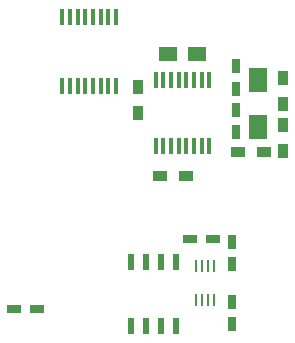
<source format=gtp>
%TF.GenerationSoftware,KiCad,Pcbnew,(5.1.6-0-10_14)*%
%TF.CreationDate,2021-01-07T19:03:09+09:00*%
%TF.ProjectId,qPCR-photosensing,71504352-2d70-4686-9f74-6f73656e7369,rev?*%
%TF.SameCoordinates,Original*%
%TF.FileFunction,Paste,Top*%
%TF.FilePolarity,Positive*%
%FSLAX46Y46*%
G04 Gerber Fmt 4.6, Leading zero omitted, Abs format (unit mm)*
G04 Created by KiCad (PCBNEW (5.1.6-0-10_14)) date 2021-01-07 19:03:09*
%MOMM*%
%LPD*%
G01*
G04 APERTURE LIST*
%ADD10R,1.500000X1.250000*%
%ADD11R,0.750000X1.200000*%
%ADD12R,1.200000X0.750000*%
%ADD13R,0.900000X1.200000*%
%ADD14R,1.200000X0.900000*%
%ADD15R,0.355600X1.473200*%
%ADD16R,0.533400X1.460500*%
%ADD17R,0.270000X1.120000*%
%ADD18R,1.600000X2.000000*%
G04 APERTURE END LIST*
D10*
%TO.C,C1*%
X102450000Y-83700000D03*
X99950000Y-83700000D03*
%TD*%
D11*
%TO.C,C2*%
X105700000Y-84750000D03*
X105700000Y-86650000D03*
%TD*%
%TO.C,C3*%
X105700000Y-88450000D03*
X105700000Y-90350000D03*
%TD*%
%TO.C,C4*%
X105380000Y-99600000D03*
X105380000Y-101500000D03*
%TD*%
D12*
%TO.C,C5*%
X86950000Y-105300000D03*
X88850000Y-105300000D03*
%TD*%
D11*
%TO.C,C6*%
X105380000Y-106580000D03*
X105380000Y-104680000D03*
%TD*%
D12*
%TO.C,C7*%
X103780000Y-99390000D03*
X101880000Y-99390000D03*
%TD*%
D13*
%TO.C,R1*%
X97400000Y-88700000D03*
X97400000Y-86500000D03*
%TD*%
D14*
%TO.C,R2*%
X99300000Y-94000000D03*
X101500000Y-94000000D03*
%TD*%
D13*
%TO.C,R3*%
X109700000Y-85700000D03*
X109700000Y-87900000D03*
%TD*%
%TO.C,R4*%
X109700000Y-89700000D03*
X109700000Y-91900000D03*
%TD*%
D14*
%TO.C,R5*%
X108100000Y-92000000D03*
X105900000Y-92000000D03*
%TD*%
D15*
%TO.C,U1*%
X103474999Y-91519400D03*
X102824998Y-91519400D03*
X102174999Y-91519400D03*
X101524998Y-91519400D03*
X100874999Y-91519400D03*
X100225001Y-91519400D03*
X99574999Y-91519400D03*
X98925001Y-91519400D03*
X98925001Y-85880600D03*
X99575002Y-85880600D03*
X100225001Y-85880600D03*
X100875002Y-85880600D03*
X101525001Y-85880600D03*
X102174999Y-85880600D03*
X102825001Y-85880600D03*
X103474999Y-85880600D03*
%TD*%
%TO.C,U2*%
X95574999Y-86421000D03*
X94924998Y-86421000D03*
X94274999Y-86421000D03*
X93624998Y-86421000D03*
X92974999Y-86421000D03*
X92325001Y-86421000D03*
X91674999Y-86421000D03*
X91025001Y-86421000D03*
X91025001Y-80579000D03*
X91675002Y-80579000D03*
X92325001Y-80579000D03*
X92975002Y-80579000D03*
X93625001Y-80579000D03*
X94274999Y-80579000D03*
X94925001Y-80579000D03*
X95574999Y-80579000D03*
%TD*%
D16*
%TO.C,U3*%
X100625000Y-106754150D03*
X99355000Y-106754150D03*
X98085000Y-106754150D03*
X96815000Y-106754150D03*
X96815000Y-101305850D03*
X98085000Y-101305850D03*
X99355000Y-101305850D03*
X100625000Y-101305850D03*
%TD*%
D17*
%TO.C,U4*%
X103840000Y-104495000D03*
X103340000Y-104495000D03*
X102840000Y-104495000D03*
X102340000Y-104495000D03*
X102340000Y-101685000D03*
X102840000Y-101685000D03*
X103340000Y-101685000D03*
X103840000Y-101685000D03*
%TD*%
D18*
%TO.C,Y1*%
X107600000Y-89900000D03*
X107600000Y-85900000D03*
%TD*%
M02*

</source>
